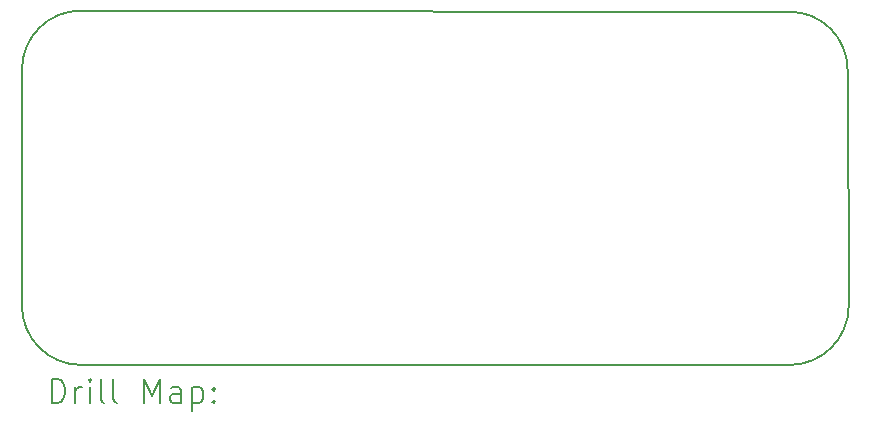
<source format=gbr>
%TF.GenerationSoftware,KiCad,Pcbnew,8.0.7*%
%TF.CreationDate,2025-01-27T22:31:37-06:00*%
%TF.ProjectId,teensy-acc-pcb,7465656e-7379-42d6-9163-632d7063622e,rev?*%
%TF.SameCoordinates,Original*%
%TF.FileFunction,Drillmap*%
%TF.FilePolarity,Positive*%
%FSLAX45Y45*%
G04 Gerber Fmt 4.5, Leading zero omitted, Abs format (unit mm)*
G04 Created by KiCad (PCBNEW 8.0.7) date 2025-01-27 22:31:37*
%MOMM*%
%LPD*%
G01*
G04 APERTURE LIST*
%ADD10C,0.200000*%
G04 APERTURE END LIST*
D10*
X8500000Y-8500000D02*
X8500000Y-10500000D01*
X15000000Y-8009709D02*
X9000000Y-8000000D01*
X15000000Y-11000000D02*
X9000000Y-11000000D01*
X15490290Y-8500000D02*
X15500000Y-10500000D01*
X8500000Y-8500000D02*
G75*
G02*
X9000000Y-8000000I500000J0D01*
G01*
X9000000Y-11000000D02*
G75*
G02*
X8500000Y-10500000I0J500000D01*
G01*
X15500000Y-10500000D02*
G75*
G02*
X15000000Y-11000000I-500000J0D01*
G01*
X15000000Y-8009709D02*
G75*
G02*
X15490290Y-8500000I0J-490290D01*
G01*
X8750777Y-11321484D02*
X8750777Y-11121484D01*
X8750777Y-11121484D02*
X8798396Y-11121484D01*
X8798396Y-11121484D02*
X8826967Y-11131008D01*
X8826967Y-11131008D02*
X8846015Y-11150055D01*
X8846015Y-11150055D02*
X8855539Y-11169103D01*
X8855539Y-11169103D02*
X8865063Y-11207198D01*
X8865063Y-11207198D02*
X8865063Y-11235769D01*
X8865063Y-11235769D02*
X8855539Y-11273865D01*
X8855539Y-11273865D02*
X8846015Y-11292912D01*
X8846015Y-11292912D02*
X8826967Y-11311960D01*
X8826967Y-11311960D02*
X8798396Y-11321484D01*
X8798396Y-11321484D02*
X8750777Y-11321484D01*
X8950777Y-11321484D02*
X8950777Y-11188150D01*
X8950777Y-11226246D02*
X8960301Y-11207198D01*
X8960301Y-11207198D02*
X8969824Y-11197674D01*
X8969824Y-11197674D02*
X8988872Y-11188150D01*
X8988872Y-11188150D02*
X9007920Y-11188150D01*
X9074586Y-11321484D02*
X9074586Y-11188150D01*
X9074586Y-11121484D02*
X9065063Y-11131008D01*
X9065063Y-11131008D02*
X9074586Y-11140531D01*
X9074586Y-11140531D02*
X9084110Y-11131008D01*
X9084110Y-11131008D02*
X9074586Y-11121484D01*
X9074586Y-11121484D02*
X9074586Y-11140531D01*
X9198396Y-11321484D02*
X9179348Y-11311960D01*
X9179348Y-11311960D02*
X9169824Y-11292912D01*
X9169824Y-11292912D02*
X9169824Y-11121484D01*
X9303158Y-11321484D02*
X9284110Y-11311960D01*
X9284110Y-11311960D02*
X9274586Y-11292912D01*
X9274586Y-11292912D02*
X9274586Y-11121484D01*
X9531729Y-11321484D02*
X9531729Y-11121484D01*
X9531729Y-11121484D02*
X9598396Y-11264341D01*
X9598396Y-11264341D02*
X9665063Y-11121484D01*
X9665063Y-11121484D02*
X9665063Y-11321484D01*
X9846015Y-11321484D02*
X9846015Y-11216722D01*
X9846015Y-11216722D02*
X9836491Y-11197674D01*
X9836491Y-11197674D02*
X9817444Y-11188150D01*
X9817444Y-11188150D02*
X9779348Y-11188150D01*
X9779348Y-11188150D02*
X9760301Y-11197674D01*
X9846015Y-11311960D02*
X9826967Y-11321484D01*
X9826967Y-11321484D02*
X9779348Y-11321484D01*
X9779348Y-11321484D02*
X9760301Y-11311960D01*
X9760301Y-11311960D02*
X9750777Y-11292912D01*
X9750777Y-11292912D02*
X9750777Y-11273865D01*
X9750777Y-11273865D02*
X9760301Y-11254817D01*
X9760301Y-11254817D02*
X9779348Y-11245293D01*
X9779348Y-11245293D02*
X9826967Y-11245293D01*
X9826967Y-11245293D02*
X9846015Y-11235769D01*
X9941253Y-11188150D02*
X9941253Y-11388150D01*
X9941253Y-11197674D02*
X9960301Y-11188150D01*
X9960301Y-11188150D02*
X9998396Y-11188150D01*
X9998396Y-11188150D02*
X10017444Y-11197674D01*
X10017444Y-11197674D02*
X10026967Y-11207198D01*
X10026967Y-11207198D02*
X10036491Y-11226246D01*
X10036491Y-11226246D02*
X10036491Y-11283388D01*
X10036491Y-11283388D02*
X10026967Y-11302436D01*
X10026967Y-11302436D02*
X10017444Y-11311960D01*
X10017444Y-11311960D02*
X9998396Y-11321484D01*
X9998396Y-11321484D02*
X9960301Y-11321484D01*
X9960301Y-11321484D02*
X9941253Y-11311960D01*
X10122205Y-11302436D02*
X10131729Y-11311960D01*
X10131729Y-11311960D02*
X10122205Y-11321484D01*
X10122205Y-11321484D02*
X10112682Y-11311960D01*
X10112682Y-11311960D02*
X10122205Y-11302436D01*
X10122205Y-11302436D02*
X10122205Y-11321484D01*
X10122205Y-11197674D02*
X10131729Y-11207198D01*
X10131729Y-11207198D02*
X10122205Y-11216722D01*
X10122205Y-11216722D02*
X10112682Y-11207198D01*
X10112682Y-11207198D02*
X10122205Y-11197674D01*
X10122205Y-11197674D02*
X10122205Y-11216722D01*
M02*

</source>
